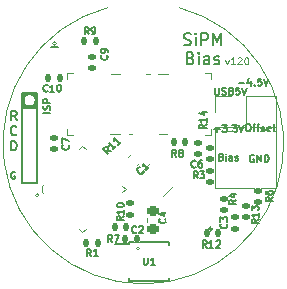
<source format=gto>
G04 #@! TF.GenerationSoftware,KiCad,Pcbnew,(5.99.0-11526-gd613292b67)*
G04 #@! TF.CreationDate,2021-07-26T19:59:08-04:00*
G04 #@! TF.ProjectId,bias,62696173-2e6b-4696-9361-645f70636258,rev?*
G04 #@! TF.SameCoordinates,Original*
G04 #@! TF.FileFunction,Legend,Top*
G04 #@! TF.FilePolarity,Positive*
%FSLAX46Y46*%
G04 Gerber Fmt 4.6, Leading zero omitted, Abs format (unit mm)*
G04 Created by KiCad (PCBNEW (5.99.0-11526-gd613292b67)) date 2021-07-26 19:59:08*
%MOMM*%
%LPD*%
G01*
G04 APERTURE LIST*
G04 Aperture macros list*
%AMRoundRect*
0 Rectangle with rounded corners*
0 $1 Rounding radius*
0 $2 $3 $4 $5 $6 $7 $8 $9 X,Y pos of 4 corners*
0 Add a 4 corners polygon primitive as box body*
4,1,4,$2,$3,$4,$5,$6,$7,$8,$9,$2,$3,0*
0 Add four circle primitives for the rounded corners*
1,1,$1+$1,$2,$3*
1,1,$1+$1,$4,$5*
1,1,$1+$1,$6,$7*
1,1,$1+$1,$8,$9*
0 Add four rect primitives between the rounded corners*
20,1,$1+$1,$2,$3,$4,$5,0*
20,1,$1+$1,$4,$5,$6,$7,0*
20,1,$1+$1,$6,$7,$8,$9,0*
20,1,$1+$1,$8,$9,$2,$3,0*%
%AMRotRect*
0 Rectangle, with rotation*
0 The origin of the aperture is its center*
0 $1 length*
0 $2 width*
0 $3 Rotation angle, in degrees counterclockwise*
0 Add horizontal line*
21,1,$1,$2,0,0,$3*%
G04 Aperture macros list end*
%ADD10C,0.120000*%
%ADD11C,0.100000*%
%ADD12C,0.150000*%
%ADD13C,0.200000*%
%ADD14C,0.127000*%
%ADD15C,0.250000*%
%ADD16C,0.152400*%
%ADD17RoundRect,0.147500X-0.172500X0.147500X-0.172500X-0.147500X0.172500X-0.147500X0.172500X0.147500X0*%
%ADD18RoundRect,0.147500X0.172500X-0.147500X0.172500X0.147500X-0.172500X0.147500X-0.172500X-0.147500X0*%
%ADD19RoundRect,0.147500X-0.147500X-0.172500X0.147500X-0.172500X0.147500X0.172500X-0.147500X0.172500X0*%
%ADD20RoundRect,0.147500X0.147500X0.172500X-0.147500X0.172500X-0.147500X-0.172500X0.147500X-0.172500X0*%
%ADD21C,0.704800*%
%ADD22R,0.700000X0.700000*%
%ADD23R,0.850000X0.300000*%
%ADD24R,0.300000X0.850000*%
%ADD25R,1.550000X1.550000*%
%ADD26RoundRect,0.218750X-0.256250X0.218750X-0.256250X-0.218750X0.256250X-0.218750X0.256250X0.218750X0*%
%ADD27RoundRect,0.070000X-0.399515X-0.201525X-0.201525X-0.399515X0.399515X0.201525X0.201525X0.399515X0*%
%ADD28RoundRect,0.070000X-0.399515X0.201525X0.201525X-0.399515X0.399515X-0.201525X-0.201525X0.399515X0*%
%ADD29C,0.400000*%
%ADD30RotRect,3.200000X3.200000X315.000000*%
%ADD31R,1.400000X0.300000*%
%ADD32RoundRect,0.250000X0.494975X-1.025305X1.025305X-0.494975X-0.494975X1.025305X-1.025305X0.494975X0*%
%ADD33C,0.600000*%
%ADD34R,0.270000X1.150000*%
%ADD35O,1.700000X1.200000*%
%ADD36R,0.729800X0.248400*%
%ADD37R,0.800000X1.600000*%
%ADD38R,1.700000X1.700000*%
%ADD39O,1.700000X1.700000*%
%ADD40RoundRect,0.218750X0.026517X-0.335876X0.335876X-0.026517X-0.026517X0.335876X-0.335876X0.026517X0*%
%ADD41RoundRect,0.147500X-0.017678X0.226274X-0.226274X0.017678X0.017678X-0.226274X0.226274X-0.017678X0*%
G04 APERTURE END LIST*
D10*
X199670774Y-109800000D02*
G75*
G03*
X199670774Y-109800000I-145774J0D01*
G01*
X200250000Y-95025000D02*
X200550000Y-95025000D01*
X198750000Y-100125000D02*
X199000000Y-100125000D01*
X191185078Y-105275000D02*
G75*
G03*
X191185078Y-105275000I-160078J0D01*
G01*
X197250000Y-95025000D02*
X198050000Y-95025000D01*
X192635078Y-92450000D02*
G75*
G03*
X192635078Y-92450000I-160078J0D01*
G01*
X197200000Y-100100000D02*
X198000000Y-100100000D01*
X203010749Y-89407366D02*
G75*
G02*
X196980000Y-89410000I-3010351J-11503331D01*
G01*
X201275000Y-95025000D02*
X202050000Y-95025000D01*
X201300000Y-100125000D02*
X202000000Y-100125000D01*
D11*
X206924400Y-93800628D02*
X207067257Y-94200628D01*
X207210114Y-93800628D01*
X207752971Y-94200628D02*
X207410114Y-94200628D01*
X207581542Y-94200628D02*
X207581542Y-93600628D01*
X207524400Y-93686342D01*
X207467257Y-93743485D01*
X207410114Y-93772057D01*
X207981542Y-93657771D02*
X208010114Y-93629200D01*
X208067257Y-93600628D01*
X208210114Y-93600628D01*
X208267257Y-93629200D01*
X208295828Y-93657771D01*
X208324400Y-93714914D01*
X208324400Y-93772057D01*
X208295828Y-93857771D01*
X207952971Y-94200628D01*
X208324400Y-94200628D01*
X208695828Y-93600628D02*
X208752971Y-93600628D01*
X208810114Y-93629200D01*
X208838685Y-93657771D01*
X208867257Y-93714914D01*
X208895828Y-93829200D01*
X208895828Y-93972057D01*
X208867257Y-94086342D01*
X208838685Y-94143485D01*
X208810114Y-94172057D01*
X208752971Y-94200628D01*
X208695828Y-94200628D01*
X208638685Y-94172057D01*
X208610114Y-94143485D01*
X208581542Y-94086342D01*
X208552971Y-93972057D01*
X208552971Y-93829200D01*
X208581542Y-93714914D01*
X208610114Y-93657771D01*
X208638685Y-93629200D01*
X208695828Y-93600628D01*
D12*
X206585714Y-102057142D02*
X206671428Y-102085714D01*
X206700000Y-102114285D01*
X206728571Y-102171428D01*
X206728571Y-102257142D01*
X206700000Y-102314285D01*
X206671428Y-102342857D01*
X206614285Y-102371428D01*
X206385714Y-102371428D01*
X206385714Y-101771428D01*
X206585714Y-101771428D01*
X206642857Y-101800000D01*
X206671428Y-101828571D01*
X206700000Y-101885714D01*
X206700000Y-101942857D01*
X206671428Y-102000000D01*
X206642857Y-102028571D01*
X206585714Y-102057142D01*
X206385714Y-102057142D01*
X206985714Y-102371428D02*
X206985714Y-101971428D01*
X206985714Y-101771428D02*
X206957142Y-101800000D01*
X206985714Y-101828571D01*
X207014285Y-101800000D01*
X206985714Y-101771428D01*
X206985714Y-101828571D01*
X207528571Y-102371428D02*
X207528571Y-102057142D01*
X207500000Y-102000000D01*
X207442857Y-101971428D01*
X207328571Y-101971428D01*
X207271428Y-102000000D01*
X207528571Y-102342857D02*
X207471428Y-102371428D01*
X207328571Y-102371428D01*
X207271428Y-102342857D01*
X207242857Y-102285714D01*
X207242857Y-102228571D01*
X207271428Y-102171428D01*
X207328571Y-102142857D01*
X207471428Y-102142857D01*
X207528571Y-102114285D01*
X207785714Y-102342857D02*
X207842857Y-102371428D01*
X207957142Y-102371428D01*
X208014285Y-102342857D01*
X208042857Y-102285714D01*
X208042857Y-102257142D01*
X208014285Y-102200000D01*
X207957142Y-102171428D01*
X207871428Y-102171428D01*
X207814285Y-102142857D01*
X207785714Y-102085714D01*
X207785714Y-102057142D01*
X207814285Y-102000000D01*
X207871428Y-101971428D01*
X207957142Y-101971428D01*
X208014285Y-102000000D01*
X209342857Y-101900000D02*
X209285714Y-101871428D01*
X209200000Y-101871428D01*
X209114285Y-101900000D01*
X209057142Y-101957142D01*
X209028571Y-102014285D01*
X209000000Y-102128571D01*
X209000000Y-102214285D01*
X209028571Y-102328571D01*
X209057142Y-102385714D01*
X209114285Y-102442857D01*
X209200000Y-102471428D01*
X209257142Y-102471428D01*
X209342857Y-102442857D01*
X209371428Y-102414285D01*
X209371428Y-102214285D01*
X209257142Y-102214285D01*
X209628571Y-102471428D02*
X209628571Y-101871428D01*
X209971428Y-102471428D01*
X209971428Y-101871428D01*
X210257142Y-102471428D02*
X210257142Y-101871428D01*
X210400000Y-101871428D01*
X210485714Y-101900000D01*
X210542857Y-101957142D01*
X210571428Y-102014285D01*
X210600000Y-102128571D01*
X210600000Y-102214285D01*
X210571428Y-102328571D01*
X210542857Y-102385714D01*
X210485714Y-102442857D01*
X210400000Y-102471428D01*
X210257142Y-102471428D01*
X206000000Y-99717857D02*
X206457142Y-99717857D01*
X206228571Y-99946428D02*
X206228571Y-99489285D01*
X206685714Y-99346428D02*
X207057142Y-99346428D01*
X206857142Y-99575000D01*
X206942857Y-99575000D01*
X207000000Y-99603571D01*
X207028571Y-99632142D01*
X207057142Y-99689285D01*
X207057142Y-99832142D01*
X207028571Y-99889285D01*
X207000000Y-99917857D01*
X206942857Y-99946428D01*
X206771428Y-99946428D01*
X206714285Y-99917857D01*
X206685714Y-99889285D01*
X207314285Y-99889285D02*
X207342857Y-99917857D01*
X207314285Y-99946428D01*
X207285714Y-99917857D01*
X207314285Y-99889285D01*
X207314285Y-99946428D01*
X207542857Y-99346428D02*
X207914285Y-99346428D01*
X207714285Y-99575000D01*
X207800000Y-99575000D01*
X207857142Y-99603571D01*
X207885714Y-99632142D01*
X207914285Y-99689285D01*
X207914285Y-99832142D01*
X207885714Y-99889285D01*
X207857142Y-99917857D01*
X207800000Y-99946428D01*
X207628571Y-99946428D01*
X207571428Y-99917857D01*
X207542857Y-99889285D01*
X208085714Y-99346428D02*
X208285714Y-99946428D01*
X208485714Y-99346428D01*
X208100000Y-95792857D02*
X208557142Y-95792857D01*
X209100000Y-95621428D02*
X209100000Y-96021428D01*
X208957142Y-95392857D02*
X208814285Y-95821428D01*
X209185714Y-95821428D01*
X209414285Y-95964285D02*
X209442857Y-95992857D01*
X209414285Y-96021428D01*
X209385714Y-95992857D01*
X209414285Y-95964285D01*
X209414285Y-96021428D01*
X209985714Y-95421428D02*
X209700000Y-95421428D01*
X209671428Y-95707142D01*
X209700000Y-95678571D01*
X209757142Y-95650000D01*
X209900000Y-95650000D01*
X209957142Y-95678571D01*
X209985714Y-95707142D01*
X210014285Y-95764285D01*
X210014285Y-95907142D01*
X209985714Y-95964285D01*
X209957142Y-95992857D01*
X209900000Y-96021428D01*
X209757142Y-96021428D01*
X209700000Y-95992857D01*
X209671428Y-95964285D01*
X210185714Y-95421428D02*
X210385714Y-96021428D01*
X210585714Y-95421428D01*
D13*
X203433561Y-92538361D02*
X203576419Y-92585980D01*
X203814514Y-92585980D01*
X203909752Y-92538361D01*
X203957371Y-92490742D01*
X204004990Y-92395504D01*
X204004990Y-92300266D01*
X203957371Y-92205028D01*
X203909752Y-92157409D01*
X203814514Y-92109790D01*
X203624038Y-92062171D01*
X203528800Y-92014552D01*
X203481180Y-91966933D01*
X203433561Y-91871695D01*
X203433561Y-91776457D01*
X203481180Y-91681219D01*
X203528800Y-91633600D01*
X203624038Y-91585980D01*
X203862133Y-91585980D01*
X204004990Y-91633600D01*
X204433561Y-92585980D02*
X204433561Y-91919314D01*
X204433561Y-91585980D02*
X204385942Y-91633600D01*
X204433561Y-91681219D01*
X204481180Y-91633600D01*
X204433561Y-91585980D01*
X204433561Y-91681219D01*
X204909752Y-92585980D02*
X204909752Y-91585980D01*
X205290704Y-91585980D01*
X205385942Y-91633600D01*
X205433561Y-91681219D01*
X205481180Y-91776457D01*
X205481180Y-91919314D01*
X205433561Y-92014552D01*
X205385942Y-92062171D01*
X205290704Y-92109790D01*
X204909752Y-92109790D01*
X205909752Y-92585980D02*
X205909752Y-91585980D01*
X206243085Y-92300266D01*
X206576419Y-91585980D01*
X206576419Y-92585980D01*
X204004990Y-93672171D02*
X204147847Y-93719790D01*
X204195466Y-93767409D01*
X204243085Y-93862647D01*
X204243085Y-94005504D01*
X204195466Y-94100742D01*
X204147847Y-94148361D01*
X204052609Y-94195980D01*
X203671657Y-94195980D01*
X203671657Y-93195980D01*
X204004990Y-93195980D01*
X204100228Y-93243600D01*
X204147847Y-93291219D01*
X204195466Y-93386457D01*
X204195466Y-93481695D01*
X204147847Y-93576933D01*
X204100228Y-93624552D01*
X204004990Y-93672171D01*
X203671657Y-93672171D01*
X204671657Y-94195980D02*
X204671657Y-93529314D01*
X204671657Y-93195980D02*
X204624038Y-93243600D01*
X204671657Y-93291219D01*
X204719276Y-93243600D01*
X204671657Y-93195980D01*
X204671657Y-93291219D01*
X205576419Y-94195980D02*
X205576419Y-93672171D01*
X205528800Y-93576933D01*
X205433561Y-93529314D01*
X205243085Y-93529314D01*
X205147847Y-93576933D01*
X205576419Y-94148361D02*
X205481180Y-94195980D01*
X205243085Y-94195980D01*
X205147847Y-94148361D01*
X205100228Y-94053123D01*
X205100228Y-93957885D01*
X205147847Y-93862647D01*
X205243085Y-93815028D01*
X205481180Y-93815028D01*
X205576419Y-93767409D01*
X206004990Y-94148361D02*
X206100228Y-94195980D01*
X206290704Y-94195980D01*
X206385942Y-94148361D01*
X206433561Y-94053123D01*
X206433561Y-94005504D01*
X206385942Y-93910266D01*
X206290704Y-93862647D01*
X206147847Y-93862647D01*
X206052609Y-93815028D01*
X206004990Y-93719790D01*
X206004990Y-93672171D01*
X206052609Y-93576933D01*
X206147847Y-93529314D01*
X206290704Y-93529314D01*
X206385942Y-93576933D01*
D12*
X189132142Y-103325000D02*
X189075000Y-103296428D01*
X188989285Y-103296428D01*
X188903571Y-103325000D01*
X188846428Y-103382142D01*
X188817857Y-103439285D01*
X188789285Y-103553571D01*
X188789285Y-103639285D01*
X188817857Y-103753571D01*
X188846428Y-103810714D01*
X188903571Y-103867857D01*
X188989285Y-103896428D01*
X189046428Y-103896428D01*
X189132142Y-103867857D01*
X189160714Y-103839285D01*
X189160714Y-103639285D01*
X189046428Y-103639285D01*
D14*
X189237257Y-100119542D02*
X189200971Y-100155828D01*
X189092114Y-100192114D01*
X189019542Y-100192114D01*
X188910685Y-100155828D01*
X188838114Y-100083257D01*
X188801828Y-100010685D01*
X188765542Y-99865542D01*
X188765542Y-99756685D01*
X188801828Y-99611542D01*
X188838114Y-99538971D01*
X188910685Y-99466400D01*
X189019542Y-99430114D01*
X189092114Y-99430114D01*
X189200971Y-99466400D01*
X189237257Y-99502685D01*
X188827228Y-101487514D02*
X188827228Y-100725514D01*
X189008657Y-100725514D01*
X189117514Y-100761800D01*
X189190085Y-100834371D01*
X189226371Y-100906942D01*
X189262657Y-101052085D01*
X189262657Y-101160942D01*
X189226371Y-101306085D01*
X189190085Y-101378657D01*
X189117514Y-101451228D01*
X189008657Y-101487514D01*
X188827228Y-101487514D01*
D12*
X208828571Y-99271428D02*
X208942857Y-99271428D01*
X209000000Y-99300000D01*
X209057142Y-99357142D01*
X209085714Y-99471428D01*
X209085714Y-99671428D01*
X209057142Y-99785714D01*
X209000000Y-99842857D01*
X208942857Y-99871428D01*
X208828571Y-99871428D01*
X208771428Y-99842857D01*
X208714285Y-99785714D01*
X208685714Y-99671428D01*
X208685714Y-99471428D01*
X208714285Y-99357142D01*
X208771428Y-99300000D01*
X208828571Y-99271428D01*
X209257142Y-99471428D02*
X209485714Y-99471428D01*
X209342857Y-99871428D02*
X209342857Y-99357142D01*
X209371428Y-99300000D01*
X209428571Y-99271428D01*
X209485714Y-99271428D01*
X209600000Y-99471428D02*
X209828571Y-99471428D01*
X209685714Y-99871428D02*
X209685714Y-99357142D01*
X209714285Y-99300000D01*
X209771428Y-99271428D01*
X209828571Y-99271428D01*
X210000000Y-99842857D02*
X210057142Y-99871428D01*
X210171428Y-99871428D01*
X210228571Y-99842857D01*
X210257142Y-99785714D01*
X210257142Y-99757142D01*
X210228571Y-99700000D01*
X210171428Y-99671428D01*
X210085714Y-99671428D01*
X210028571Y-99642857D01*
X210000000Y-99585714D01*
X210000000Y-99557142D01*
X210028571Y-99500000D01*
X210085714Y-99471428D01*
X210171428Y-99471428D01*
X210228571Y-99500000D01*
X210742857Y-99842857D02*
X210685714Y-99871428D01*
X210571428Y-99871428D01*
X210514285Y-99842857D01*
X210485714Y-99785714D01*
X210485714Y-99557142D01*
X210514285Y-99500000D01*
X210571428Y-99471428D01*
X210685714Y-99471428D01*
X210742857Y-99500000D01*
X210771428Y-99557142D01*
X210771428Y-99614285D01*
X210485714Y-99671428D01*
X210942857Y-99471428D02*
X211171428Y-99471428D01*
X211028571Y-99271428D02*
X211028571Y-99785714D01*
X211057142Y-99842857D01*
X211114285Y-99871428D01*
X211171428Y-99871428D01*
D14*
X189262657Y-98922114D02*
X189008657Y-98559257D01*
X188827228Y-98922114D02*
X188827228Y-98160114D01*
X189117514Y-98160114D01*
X189190085Y-98196400D01*
X189226371Y-98232685D01*
X189262657Y-98305257D01*
X189262657Y-98414114D01*
X189226371Y-98486685D01*
X189190085Y-98522971D01*
X189117514Y-98559257D01*
X188827228Y-98559257D01*
D12*
X206050000Y-96171428D02*
X206050000Y-96657142D01*
X206078571Y-96714285D01*
X206107142Y-96742857D01*
X206164285Y-96771428D01*
X206278571Y-96771428D01*
X206335714Y-96742857D01*
X206364285Y-96714285D01*
X206392857Y-96657142D01*
X206392857Y-96171428D01*
X206650000Y-96742857D02*
X206735714Y-96771428D01*
X206878571Y-96771428D01*
X206935714Y-96742857D01*
X206964285Y-96714285D01*
X206992857Y-96657142D01*
X206992857Y-96600000D01*
X206964285Y-96542857D01*
X206935714Y-96514285D01*
X206878571Y-96485714D01*
X206764285Y-96457142D01*
X206707142Y-96428571D01*
X206678571Y-96400000D01*
X206650000Y-96342857D01*
X206650000Y-96285714D01*
X206678571Y-96228571D01*
X206707142Y-96200000D01*
X206764285Y-96171428D01*
X206907142Y-96171428D01*
X206992857Y-96200000D01*
X207450000Y-96457142D02*
X207535714Y-96485714D01*
X207564285Y-96514285D01*
X207592857Y-96571428D01*
X207592857Y-96657142D01*
X207564285Y-96714285D01*
X207535714Y-96742857D01*
X207478571Y-96771428D01*
X207250000Y-96771428D01*
X207250000Y-96171428D01*
X207450000Y-96171428D01*
X207507142Y-96200000D01*
X207535714Y-96228571D01*
X207564285Y-96285714D01*
X207564285Y-96342857D01*
X207535714Y-96400000D01*
X207507142Y-96428571D01*
X207450000Y-96457142D01*
X207250000Y-96457142D01*
X208135714Y-96171428D02*
X207850000Y-96171428D01*
X207821428Y-96457142D01*
X207850000Y-96428571D01*
X207907142Y-96400000D01*
X208050000Y-96400000D01*
X208107142Y-96428571D01*
X208135714Y-96457142D01*
X208164285Y-96514285D01*
X208164285Y-96657142D01*
X208135714Y-96714285D01*
X208107142Y-96742857D01*
X208050000Y-96771428D01*
X207907142Y-96771428D01*
X207850000Y-96742857D01*
X207821428Y-96714285D01*
X208335714Y-96171428D02*
X208535714Y-96771428D01*
X208735714Y-96171428D01*
X207846428Y-105705000D02*
X207560714Y-105905000D01*
X207846428Y-106047857D02*
X207246428Y-106047857D01*
X207246428Y-105819285D01*
X207275000Y-105762142D01*
X207303571Y-105733571D01*
X207360714Y-105705000D01*
X207446428Y-105705000D01*
X207503571Y-105733571D01*
X207532142Y-105762142D01*
X207560714Y-105819285D01*
X207560714Y-106047857D01*
X207446428Y-105190714D02*
X207846428Y-105190714D01*
X207217857Y-105333571D02*
X207646428Y-105476428D01*
X207646428Y-105105000D01*
X210951428Y-105475000D02*
X210665714Y-105675000D01*
X210951428Y-105817857D02*
X210351428Y-105817857D01*
X210351428Y-105589285D01*
X210380000Y-105532142D01*
X210408571Y-105503571D01*
X210465714Y-105475000D01*
X210551428Y-105475000D01*
X210608571Y-105503571D01*
X210637142Y-105532142D01*
X210665714Y-105589285D01*
X210665714Y-105817857D01*
X210351428Y-104960714D02*
X210351428Y-105075000D01*
X210380000Y-105132142D01*
X210408571Y-105160714D01*
X210494285Y-105217857D01*
X210608571Y-105246428D01*
X210837142Y-105246428D01*
X210894285Y-105217857D01*
X210922857Y-105189285D01*
X210951428Y-105132142D01*
X210951428Y-105017857D01*
X210922857Y-104960714D01*
X210894285Y-104932142D01*
X210837142Y-104903571D01*
X210694285Y-104903571D01*
X210637142Y-104932142D01*
X210608571Y-104960714D01*
X210580000Y-105017857D01*
X210580000Y-105132142D01*
X210608571Y-105189285D01*
X210637142Y-105217857D01*
X210694285Y-105246428D01*
X204600000Y-103871428D02*
X204400000Y-103585714D01*
X204257142Y-103871428D02*
X204257142Y-103271428D01*
X204485714Y-103271428D01*
X204542857Y-103300000D01*
X204571428Y-103328571D01*
X204600000Y-103385714D01*
X204600000Y-103471428D01*
X204571428Y-103528571D01*
X204542857Y-103557142D01*
X204485714Y-103585714D01*
X204257142Y-103585714D01*
X204800000Y-103271428D02*
X205171428Y-103271428D01*
X204971428Y-103500000D01*
X205057142Y-103500000D01*
X205114285Y-103528571D01*
X205142857Y-103557142D01*
X205171428Y-103614285D01*
X205171428Y-103757142D01*
X205142857Y-103814285D01*
X205114285Y-103842857D01*
X205057142Y-103871428D01*
X204885714Y-103871428D01*
X204828571Y-103842857D01*
X204800000Y-103814285D01*
X198346428Y-107085714D02*
X198060714Y-107285714D01*
X198346428Y-107428571D02*
X197746428Y-107428571D01*
X197746428Y-107200000D01*
X197775000Y-107142857D01*
X197803571Y-107114285D01*
X197860714Y-107085714D01*
X197946428Y-107085714D01*
X198003571Y-107114285D01*
X198032142Y-107142857D01*
X198060714Y-107200000D01*
X198060714Y-107428571D01*
X198346428Y-106514285D02*
X198346428Y-106857142D01*
X198346428Y-106685714D02*
X197746428Y-106685714D01*
X197832142Y-106742857D01*
X197889285Y-106800000D01*
X197917857Y-106857142D01*
X197746428Y-106142857D02*
X197746428Y-106085714D01*
X197775000Y-106028571D01*
X197803571Y-106000000D01*
X197860714Y-105971428D01*
X197975000Y-105942857D01*
X198117857Y-105942857D01*
X198232142Y-105971428D01*
X198289285Y-106000000D01*
X198317857Y-106028571D01*
X198346428Y-106085714D01*
X198346428Y-106142857D01*
X198317857Y-106200000D01*
X198289285Y-106228571D01*
X198232142Y-106257142D01*
X198117857Y-106285714D01*
X197975000Y-106285714D01*
X197860714Y-106257142D01*
X197803571Y-106228571D01*
X197775000Y-106200000D01*
X197746428Y-106142857D01*
X202775000Y-102021428D02*
X202575000Y-101735714D01*
X202432142Y-102021428D02*
X202432142Y-101421428D01*
X202660714Y-101421428D01*
X202717857Y-101450000D01*
X202746428Y-101478571D01*
X202775000Y-101535714D01*
X202775000Y-101621428D01*
X202746428Y-101678571D01*
X202717857Y-101707142D01*
X202660714Y-101735714D01*
X202432142Y-101735714D01*
X203117857Y-101678571D02*
X203060714Y-101650000D01*
X203032142Y-101621428D01*
X203003571Y-101564285D01*
X203003571Y-101535714D01*
X203032142Y-101478571D01*
X203060714Y-101450000D01*
X203117857Y-101421428D01*
X203232142Y-101421428D01*
X203289285Y-101450000D01*
X203317857Y-101478571D01*
X203346428Y-101535714D01*
X203346428Y-101564285D01*
X203317857Y-101621428D01*
X203289285Y-101650000D01*
X203232142Y-101678571D01*
X203117857Y-101678571D01*
X203060714Y-101707142D01*
X203032142Y-101735714D01*
X203003571Y-101792857D01*
X203003571Y-101907142D01*
X203032142Y-101964285D01*
X203060714Y-101992857D01*
X203117857Y-102021428D01*
X203232142Y-102021428D01*
X203289285Y-101992857D01*
X203317857Y-101964285D01*
X203346428Y-101907142D01*
X203346428Y-101792857D01*
X203317857Y-101735714D01*
X203289285Y-101707142D01*
X203232142Y-101678571D01*
X195375000Y-91671428D02*
X195175000Y-91385714D01*
X195032142Y-91671428D02*
X195032142Y-91071428D01*
X195260714Y-91071428D01*
X195317857Y-91100000D01*
X195346428Y-91128571D01*
X195375000Y-91185714D01*
X195375000Y-91271428D01*
X195346428Y-91328571D01*
X195317857Y-91357142D01*
X195260714Y-91385714D01*
X195032142Y-91385714D01*
X195660714Y-91671428D02*
X195775000Y-91671428D01*
X195832142Y-91642857D01*
X195860714Y-91614285D01*
X195917857Y-91528571D01*
X195946428Y-91414285D01*
X195946428Y-91185714D01*
X195917857Y-91128571D01*
X195889285Y-91100000D01*
X195832142Y-91071428D01*
X195717857Y-91071428D01*
X195660714Y-91100000D01*
X195632142Y-91128571D01*
X195603571Y-91185714D01*
X195603571Y-91328571D01*
X195632142Y-91385714D01*
X195660714Y-91414285D01*
X195717857Y-91442857D01*
X195832142Y-91442857D01*
X195889285Y-91414285D01*
X195917857Y-91385714D01*
X195946428Y-91328571D01*
X197375000Y-109246428D02*
X197175000Y-108960714D01*
X197032142Y-109246428D02*
X197032142Y-108646428D01*
X197260714Y-108646428D01*
X197317857Y-108675000D01*
X197346428Y-108703571D01*
X197375000Y-108760714D01*
X197375000Y-108846428D01*
X197346428Y-108903571D01*
X197317857Y-108932142D01*
X197260714Y-108960714D01*
X197032142Y-108960714D01*
X197575000Y-108646428D02*
X197975000Y-108646428D01*
X197717857Y-109246428D01*
X192130628Y-98316114D02*
X191530628Y-98316114D01*
X192102057Y-98058971D02*
X192130628Y-97973257D01*
X192130628Y-97830400D01*
X192102057Y-97773257D01*
X192073485Y-97744685D01*
X192016342Y-97716114D01*
X191959200Y-97716114D01*
X191902057Y-97744685D01*
X191873485Y-97773257D01*
X191844914Y-97830400D01*
X191816342Y-97944685D01*
X191787771Y-98001828D01*
X191759200Y-98030400D01*
X191702057Y-98058971D01*
X191644914Y-98058971D01*
X191587771Y-98030400D01*
X191559200Y-98001828D01*
X191530628Y-97944685D01*
X191530628Y-97801828D01*
X191559200Y-97716114D01*
X192130628Y-97458971D02*
X191530628Y-97458971D01*
X191530628Y-97230400D01*
X191559200Y-97173257D01*
X191587771Y-97144685D01*
X191644914Y-97116114D01*
X191730628Y-97116114D01*
X191787771Y-97144685D01*
X191816342Y-97173257D01*
X191844914Y-97230400D01*
X191844914Y-97458971D01*
X191889285Y-96464285D02*
X191860714Y-96492857D01*
X191775000Y-96521428D01*
X191717857Y-96521428D01*
X191632142Y-96492857D01*
X191575000Y-96435714D01*
X191546428Y-96378571D01*
X191517857Y-96264285D01*
X191517857Y-96178571D01*
X191546428Y-96064285D01*
X191575000Y-96007142D01*
X191632142Y-95950000D01*
X191717857Y-95921428D01*
X191775000Y-95921428D01*
X191860714Y-95950000D01*
X191889285Y-95978571D01*
X192460714Y-96521428D02*
X192117857Y-96521428D01*
X192289285Y-96521428D02*
X192289285Y-95921428D01*
X192232142Y-96007142D01*
X192175000Y-96064285D01*
X192117857Y-96092857D01*
X192832142Y-95921428D02*
X192889285Y-95921428D01*
X192946428Y-95950000D01*
X192975000Y-95978571D01*
X193003571Y-96035714D01*
X193032142Y-96150000D01*
X193032142Y-96292857D01*
X193003571Y-96407142D01*
X192975000Y-96464285D01*
X192946428Y-96492857D01*
X192889285Y-96521428D01*
X192832142Y-96521428D01*
X192775000Y-96492857D01*
X192746428Y-96464285D01*
X192717857Y-96407142D01*
X192689285Y-96292857D01*
X192689285Y-96150000D01*
X192717857Y-96035714D01*
X192746428Y-95978571D01*
X192775000Y-95950000D01*
X192832142Y-95921428D01*
X193664285Y-101050000D02*
X193692857Y-101078571D01*
X193721428Y-101164285D01*
X193721428Y-101221428D01*
X193692857Y-101307142D01*
X193635714Y-101364285D01*
X193578571Y-101392857D01*
X193464285Y-101421428D01*
X193378571Y-101421428D01*
X193264285Y-101392857D01*
X193207142Y-101364285D01*
X193150000Y-101307142D01*
X193121428Y-101221428D01*
X193121428Y-101164285D01*
X193150000Y-101078571D01*
X193178571Y-101050000D01*
X193121428Y-100850000D02*
X193121428Y-100450000D01*
X193721428Y-100707142D01*
X199400000Y-108439285D02*
X199371428Y-108467857D01*
X199285714Y-108496428D01*
X199228571Y-108496428D01*
X199142857Y-108467857D01*
X199085714Y-108410714D01*
X199057142Y-108353571D01*
X199028571Y-108239285D01*
X199028571Y-108153571D01*
X199057142Y-108039285D01*
X199085714Y-107982142D01*
X199142857Y-107925000D01*
X199228571Y-107896428D01*
X199285714Y-107896428D01*
X199371428Y-107925000D01*
X199400000Y-107953571D01*
X199628571Y-107953571D02*
X199657142Y-107925000D01*
X199714285Y-107896428D01*
X199857142Y-107896428D01*
X199914285Y-107925000D01*
X199942857Y-107953571D01*
X199971428Y-108010714D01*
X199971428Y-108067857D01*
X199942857Y-108153571D01*
X199600000Y-108496428D01*
X199971428Y-108496428D01*
X195575000Y-110471428D02*
X195375000Y-110185714D01*
X195232142Y-110471428D02*
X195232142Y-109871428D01*
X195460714Y-109871428D01*
X195517857Y-109900000D01*
X195546428Y-109928571D01*
X195575000Y-109985714D01*
X195575000Y-110071428D01*
X195546428Y-110128571D01*
X195517857Y-110157142D01*
X195460714Y-110185714D01*
X195232142Y-110185714D01*
X196146428Y-110471428D02*
X195803571Y-110471428D01*
X195975000Y-110471428D02*
X195975000Y-109871428D01*
X195917857Y-109957142D01*
X195860714Y-110014285D01*
X195803571Y-110042857D01*
X201864285Y-107275000D02*
X201892857Y-107303571D01*
X201921428Y-107389285D01*
X201921428Y-107446428D01*
X201892857Y-107532142D01*
X201835714Y-107589285D01*
X201778571Y-107617857D01*
X201664285Y-107646428D01*
X201578571Y-107646428D01*
X201464285Y-107617857D01*
X201407142Y-107589285D01*
X201350000Y-107532142D01*
X201321428Y-107446428D01*
X201321428Y-107389285D01*
X201350000Y-107303571D01*
X201378571Y-107275000D01*
X201521428Y-106760714D02*
X201921428Y-106760714D01*
X201292857Y-106903571D02*
X201721428Y-107046428D01*
X201721428Y-106675000D01*
X200025057Y-110567828D02*
X200025057Y-111053542D01*
X200053628Y-111110685D01*
X200082200Y-111139257D01*
X200139342Y-111167828D01*
X200253628Y-111167828D01*
X200310771Y-111139257D01*
X200339342Y-111110685D01*
X200367914Y-111053542D01*
X200367914Y-110567828D01*
X200967914Y-111167828D02*
X200625057Y-111167828D01*
X200796485Y-111167828D02*
X200796485Y-110567828D01*
X200739342Y-110653542D01*
X200682200Y-110710685D01*
X200625057Y-110739257D01*
X196914285Y-93450000D02*
X196942857Y-93478571D01*
X196971428Y-93564285D01*
X196971428Y-93621428D01*
X196942857Y-93707142D01*
X196885714Y-93764285D01*
X196828571Y-93792857D01*
X196714285Y-93821428D01*
X196628571Y-93821428D01*
X196514285Y-93792857D01*
X196457142Y-93764285D01*
X196400000Y-93707142D01*
X196371428Y-93621428D01*
X196371428Y-93564285D01*
X196400000Y-93478571D01*
X196428571Y-93450000D01*
X196971428Y-93164285D02*
X196971428Y-93050000D01*
X196942857Y-92992857D01*
X196914285Y-92964285D01*
X196828571Y-92907142D01*
X196714285Y-92878571D01*
X196485714Y-92878571D01*
X196428571Y-92907142D01*
X196400000Y-92935714D01*
X196371428Y-92992857D01*
X196371428Y-93107142D01*
X196400000Y-93164285D01*
X196428571Y-93192857D01*
X196485714Y-93221428D01*
X196628571Y-93221428D01*
X196685714Y-93192857D01*
X196714285Y-93164285D01*
X196742857Y-93107142D01*
X196742857Y-92992857D01*
X196714285Y-92935714D01*
X196685714Y-92907142D01*
X196628571Y-92878571D01*
X204425000Y-102889285D02*
X204396428Y-102917857D01*
X204310714Y-102946428D01*
X204253571Y-102946428D01*
X204167857Y-102917857D01*
X204110714Y-102860714D01*
X204082142Y-102803571D01*
X204053571Y-102689285D01*
X204053571Y-102603571D01*
X204082142Y-102489285D01*
X204110714Y-102432142D01*
X204167857Y-102375000D01*
X204253571Y-102346428D01*
X204310714Y-102346428D01*
X204396428Y-102375000D01*
X204425000Y-102403571D01*
X204939285Y-102346428D02*
X204825000Y-102346428D01*
X204767857Y-102375000D01*
X204739285Y-102403571D01*
X204682142Y-102489285D01*
X204653571Y-102603571D01*
X204653571Y-102832142D01*
X204682142Y-102889285D01*
X204710714Y-102917857D01*
X204767857Y-102946428D01*
X204882142Y-102946428D01*
X204939285Y-102917857D01*
X204967857Y-102889285D01*
X204996428Y-102832142D01*
X204996428Y-102689285D01*
X204967857Y-102632142D01*
X204939285Y-102603571D01*
X204882142Y-102575000D01*
X204767857Y-102575000D01*
X204710714Y-102603571D01*
X204682142Y-102632142D01*
X204653571Y-102689285D01*
X209771428Y-107335714D02*
X209485714Y-107535714D01*
X209771428Y-107678571D02*
X209171428Y-107678571D01*
X209171428Y-107450000D01*
X209200000Y-107392857D01*
X209228571Y-107364285D01*
X209285714Y-107335714D01*
X209371428Y-107335714D01*
X209428571Y-107364285D01*
X209457142Y-107392857D01*
X209485714Y-107450000D01*
X209485714Y-107678571D01*
X209771428Y-106764285D02*
X209771428Y-107107142D01*
X209771428Y-106935714D02*
X209171428Y-106935714D01*
X209257142Y-106992857D01*
X209314285Y-107050000D01*
X209342857Y-107107142D01*
X209171428Y-106564285D02*
X209171428Y-106192857D01*
X209400000Y-106392857D01*
X209400000Y-106307142D01*
X209428571Y-106250000D01*
X209457142Y-106221428D01*
X209514285Y-106192857D01*
X209657142Y-106192857D01*
X209714285Y-106221428D01*
X209742857Y-106250000D01*
X209771428Y-106307142D01*
X209771428Y-106478571D01*
X209742857Y-106535714D01*
X209714285Y-106564285D01*
X200030812Y-103272233D02*
X200030812Y-103312639D01*
X199990406Y-103393451D01*
X199949999Y-103433857D01*
X199869187Y-103474264D01*
X199788375Y-103474264D01*
X199727766Y-103454061D01*
X199626751Y-103393451D01*
X199566142Y-103332842D01*
X199505532Y-103231827D01*
X199485329Y-103171218D01*
X199485329Y-103090406D01*
X199525735Y-103009593D01*
X199566142Y-102969187D01*
X199646954Y-102928781D01*
X199687360Y-102928781D01*
X200475279Y-102908578D02*
X200232842Y-103151015D01*
X200354061Y-103029796D02*
X199929796Y-102605532D01*
X199950000Y-102706548D01*
X199950000Y-102787360D01*
X199929796Y-102847969D01*
X207064285Y-107715000D02*
X207092857Y-107743571D01*
X207121428Y-107829285D01*
X207121428Y-107886428D01*
X207092857Y-107972142D01*
X207035714Y-108029285D01*
X206978571Y-108057857D01*
X206864285Y-108086428D01*
X206778571Y-108086428D01*
X206664285Y-108057857D01*
X206607142Y-108029285D01*
X206550000Y-107972142D01*
X206521428Y-107886428D01*
X206521428Y-107829285D01*
X206550000Y-107743571D01*
X206578571Y-107715000D01*
X206521428Y-107515000D02*
X206521428Y-107143571D01*
X206750000Y-107343571D01*
X206750000Y-107257857D01*
X206778571Y-107200714D01*
X206807142Y-107172142D01*
X206864285Y-107143571D01*
X207007142Y-107143571D01*
X207064285Y-107172142D01*
X207092857Y-107200714D01*
X207121428Y-107257857D01*
X207121428Y-107429285D01*
X207092857Y-107486428D01*
X207064285Y-107515000D01*
X205346428Y-99290714D02*
X205060714Y-99490714D01*
X205346428Y-99633571D02*
X204746428Y-99633571D01*
X204746428Y-99405000D01*
X204775000Y-99347857D01*
X204803571Y-99319285D01*
X204860714Y-99290714D01*
X204946428Y-99290714D01*
X205003571Y-99319285D01*
X205032142Y-99347857D01*
X205060714Y-99405000D01*
X205060714Y-99633571D01*
X205346428Y-98719285D02*
X205346428Y-99062142D01*
X205346428Y-98890714D02*
X204746428Y-98890714D01*
X204832142Y-98947857D01*
X204889285Y-99005000D01*
X204917857Y-99062142D01*
X204946428Y-98205000D02*
X205346428Y-98205000D01*
X204717857Y-98347857D02*
X205146428Y-98490714D01*
X205146428Y-98119285D01*
X205364285Y-109721428D02*
X205164285Y-109435714D01*
X205021428Y-109721428D02*
X205021428Y-109121428D01*
X205250000Y-109121428D01*
X205307142Y-109150000D01*
X205335714Y-109178571D01*
X205364285Y-109235714D01*
X205364285Y-109321428D01*
X205335714Y-109378571D01*
X205307142Y-109407142D01*
X205250000Y-109435714D01*
X205021428Y-109435714D01*
X205935714Y-109721428D02*
X205592857Y-109721428D01*
X205764285Y-109721428D02*
X205764285Y-109121428D01*
X205707142Y-109207142D01*
X205650000Y-109264285D01*
X205592857Y-109292857D01*
X206164285Y-109178571D02*
X206192857Y-109150000D01*
X206250000Y-109121428D01*
X206392857Y-109121428D01*
X206450000Y-109150000D01*
X206478571Y-109178571D01*
X206507142Y-109235714D01*
X206507142Y-109292857D01*
X206478571Y-109378571D01*
X206135714Y-109721428D01*
X206507142Y-109721428D01*
X197269187Y-101564670D02*
X196925735Y-101504061D01*
X197026751Y-101807106D02*
X196602487Y-101382842D01*
X196764111Y-101221218D01*
X196824720Y-101201015D01*
X196865126Y-101201015D01*
X196925735Y-101221218D01*
X196986345Y-101281827D01*
X197006548Y-101342436D01*
X197006548Y-101382842D01*
X196986345Y-101443451D01*
X196824720Y-101605076D01*
X197673248Y-101160609D02*
X197430812Y-101403045D01*
X197552030Y-101281827D02*
X197127766Y-100857563D01*
X197147969Y-100958578D01*
X197147969Y-101039390D01*
X197127766Y-101100000D01*
X198077309Y-100756548D02*
X197834873Y-100998984D01*
X197956091Y-100877766D02*
X197531827Y-100453502D01*
X197552030Y-100554517D01*
X197552030Y-100635329D01*
X197531827Y-100695938D01*
X189851200Y-96747400D02*
X190867200Y-96747400D01*
X189724200Y-104240400D02*
X189724200Y-96620400D01*
X189851200Y-97763400D02*
X190867200Y-97763400D01*
X190994200Y-96620400D02*
X190994200Y-104240400D01*
X190867200Y-97890400D02*
X189851200Y-97890400D01*
X190994200Y-104240400D02*
X189724200Y-104240400D01*
X189851200Y-97890400D02*
X189851200Y-96747400D01*
X189724200Y-96620400D02*
X190994200Y-96620400D01*
X190867200Y-96747400D02*
X190867200Y-97890400D01*
X190898015Y-97255400D02*
G75*
G03*
X190898015Y-97255400I-538815J0D01*
G01*
D15*
X205814200Y-108150400D02*
G75*
G03*
X205814200Y-108150400I-125000J0D01*
G01*
D10*
X200290000Y-107237221D02*
X200290000Y-107562779D01*
X201310000Y-107237221D02*
X201310000Y-107562779D01*
D11*
X194822334Y-101090132D02*
X194539492Y-101372975D01*
X191428222Y-104484245D02*
X191428222Y-105049930D01*
X198499290Y-104767087D02*
X198216447Y-105049930D01*
X191428222Y-105049930D02*
X191569643Y-105191352D01*
X198216447Y-104484245D02*
X198499290Y-104767087D01*
X195105177Y-108161200D02*
X194822334Y-108444043D01*
X194822334Y-108444043D02*
X194539492Y-108161200D01*
X194822334Y-101090132D02*
X195105177Y-101372975D01*
X191569643Y-105191352D02*
X191428222Y-105332773D01*
X191569643Y-104342823D02*
X191428222Y-104484245D01*
D12*
X198807200Y-112571400D02*
X202157200Y-112571400D01*
X202157200Y-112571400D02*
X202157200Y-112271400D01*
X202157200Y-109221400D02*
X202157200Y-109521400D01*
X198807200Y-112571400D02*
X198807200Y-112271400D01*
X198807200Y-109221400D02*
X202157200Y-109221400D01*
X198807200Y-109446400D02*
X197582200Y-109446400D01*
X198807200Y-109221400D02*
X198807200Y-109446400D01*
D10*
X201660942Y-105337389D02*
X202512389Y-104485942D01*
X199737611Y-103414058D02*
X200589058Y-102562611D01*
D11*
X205759240Y-94972680D02*
X205759240Y-95472680D01*
X205759240Y-100222680D02*
X205259240Y-100222680D01*
X193559240Y-94972680D02*
X194059240Y-94972680D01*
X193559240Y-94972680D02*
X193559240Y-95472680D01*
X205759240Y-100222680D02*
X205759240Y-99722680D01*
X205759240Y-94972680D02*
X205259240Y-94972680D01*
X193559240Y-99722680D02*
X193559240Y-100222680D01*
X193559240Y-100222680D02*
X194059240Y-100222680D01*
D16*
X192757862Y-92751400D02*
X192192400Y-92751400D01*
D10*
X208661000Y-99530000D02*
X208661000Y-96930000D01*
X206061000Y-98260000D02*
X206061000Y-96930000D01*
X206061000Y-96930000D02*
X207391000Y-96930000D01*
X206061000Y-99530000D02*
X206061000Y-104670000D01*
X206061000Y-104670000D02*
X211261000Y-104670000D01*
X206061000Y-99530000D02*
X208661000Y-99530000D01*
X211261000Y-96930000D02*
X211261000Y-104670000D01*
X208661000Y-96930000D02*
X211261000Y-96930000D01*
X198699273Y-102029478D02*
X198929478Y-101799273D01*
X199420522Y-102750727D02*
X199650727Y-102520522D01*
%LPC*%
D17*
X206800000Y-105595000D03*
X206800000Y-106565000D03*
D18*
X209730000Y-105885000D03*
X209730000Y-104915000D03*
D17*
X205680000Y-103225000D03*
X205680000Y-104195000D03*
D18*
X198869200Y-106960400D03*
X198869200Y-105990400D03*
D19*
X202590000Y-100825000D03*
X203560000Y-100825000D03*
D20*
X195985000Y-92225000D03*
X195015000Y-92225000D03*
X198554200Y-107975400D03*
X197584200Y-107975400D03*
D21*
X190359200Y-97255400D03*
D22*
X190359200Y-98525400D03*
X190359200Y-99795400D03*
X190359200Y-101065400D03*
X190359200Y-102335400D03*
D21*
X190359200Y-103605400D03*
D23*
X205264200Y-107400400D03*
X205264200Y-106900400D03*
X205264200Y-106400400D03*
X205264200Y-105900400D03*
D24*
X204564200Y-105200400D03*
X204064200Y-105200400D03*
X203564200Y-105200400D03*
X203064200Y-105200400D03*
D23*
X202364200Y-105900400D03*
X202364200Y-106400400D03*
X202364200Y-106900400D03*
X202364200Y-107400400D03*
D24*
X203064200Y-108100400D03*
X203564200Y-108100400D03*
X204064200Y-108100400D03*
X204564200Y-108100400D03*
D25*
X203814200Y-106650400D03*
D19*
X191940000Y-95325000D03*
X192910000Y-95325000D03*
D18*
X192419200Y-101405400D03*
X192419200Y-100435400D03*
D19*
X198473200Y-108991400D03*
X199443200Y-108991400D03*
X195165000Y-109325000D03*
X196135000Y-109325000D03*
D26*
X200800000Y-106612500D03*
X200800000Y-108187500D03*
D27*
X191834808Y-105279740D03*
X192188362Y-105633293D03*
X192541915Y-105986847D03*
X192895468Y-106340400D03*
X193249022Y-106693953D03*
X193602575Y-107047507D03*
X193956129Y-107401060D03*
X194309682Y-107754614D03*
D28*
X195334987Y-107754614D03*
X195688540Y-107401060D03*
X196042094Y-107047507D03*
X196395647Y-106693953D03*
X196749200Y-106340400D03*
X197102754Y-105986847D03*
X197456307Y-105633293D03*
X197809861Y-105279740D03*
D27*
X197809861Y-104254435D03*
X197456307Y-103900882D03*
X197102754Y-103547328D03*
X196749200Y-103193775D03*
X196395647Y-102840221D03*
X196042094Y-102486668D03*
X195688540Y-102133115D03*
X195334987Y-101779561D03*
D28*
X194309682Y-101779561D03*
X193956129Y-102133115D03*
X193602575Y-102486668D03*
X193249022Y-102840221D03*
X192895468Y-103193775D03*
X192541915Y-103547328D03*
X192188362Y-103900882D03*
X191834808Y-104254435D03*
D29*
X194822334Y-104767087D03*
X194822334Y-103352874D03*
X196236548Y-104767087D03*
X195529441Y-104059981D03*
X193408121Y-104767087D03*
X194115228Y-104059981D03*
X195529441Y-105474194D03*
X194115228Y-105474194D03*
X194822334Y-106181301D03*
D30*
X194822334Y-104767087D03*
D31*
X198282200Y-109896400D03*
X198282200Y-110396400D03*
X198282200Y-110896400D03*
X198282200Y-111396400D03*
X198282200Y-111896400D03*
X202682200Y-111896400D03*
X202682200Y-111396400D03*
X202682200Y-110896400D03*
X202682200Y-110396400D03*
X202682200Y-109896400D03*
D32*
X200135051Y-104939949D03*
X202114949Y-102960051D03*
D17*
X195639400Y-93553400D03*
X195639400Y-94523400D03*
D33*
X194159240Y-96372680D03*
X205159240Y-96372680D03*
D34*
X196909240Y-95847680D03*
X197409240Y-95847680D03*
X197909240Y-95847680D03*
X198409240Y-95847680D03*
X198909240Y-95847680D03*
X199409240Y-95847680D03*
X199909240Y-95847680D03*
X200409240Y-95847680D03*
X200909240Y-95847680D03*
X201409240Y-95847680D03*
X201909240Y-95847680D03*
X202409240Y-95847680D03*
X202409240Y-99347680D03*
X201909240Y-99347680D03*
X201409240Y-99347680D03*
X200909240Y-99347680D03*
X200409240Y-99347680D03*
X199909240Y-99347680D03*
X199409240Y-99347680D03*
X198909240Y-99347680D03*
X198409240Y-99347680D03*
X197909240Y-99347680D03*
X197409240Y-99347680D03*
X196909240Y-99347680D03*
D35*
X195559240Y-99142680D03*
X195559240Y-96202680D03*
X203759239Y-99142680D03*
X203759239Y-96202680D03*
D36*
X192379501Y-93228401D03*
X192379501Y-93878400D03*
X192379501Y-94528399D03*
X194259299Y-94528399D03*
X194259299Y-93878400D03*
X194259299Y-93228401D03*
D37*
X193319400Y-93878400D03*
D18*
X204600000Y-101810000D03*
X204600000Y-100840000D03*
D38*
X207391000Y-98260000D03*
D39*
X209931000Y-98260000D03*
X207391000Y-100800000D03*
X209931000Y-100800000D03*
X207391000Y-103340000D03*
X209931000Y-103340000D03*
D18*
X208670000Y-107175000D03*
X208670000Y-106205000D03*
D40*
X198618153Y-102831847D03*
X199731847Y-101718153D03*
D18*
X207750000Y-108125000D03*
X207750000Y-107155000D03*
D17*
X205650000Y-101295000D03*
X205650000Y-102265000D03*
D19*
X205365000Y-108475000D03*
X206335000Y-108475000D03*
D41*
X198417947Y-101232053D03*
X197732053Y-101917947D03*
M02*

</source>
